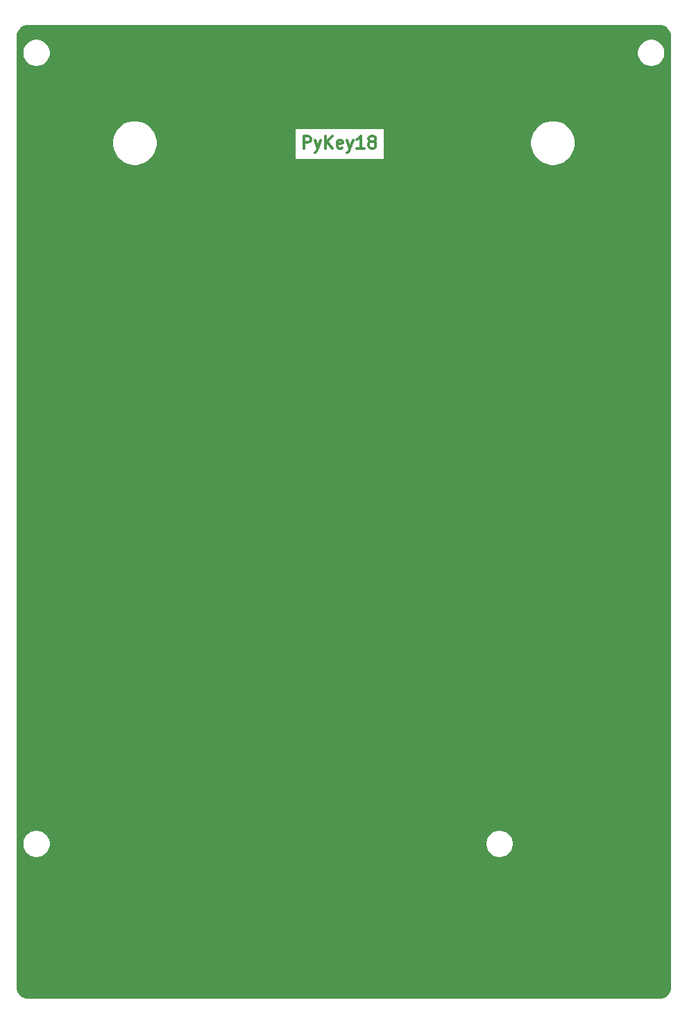
<source format=gbr>
%TF.GenerationSoftware,KiCad,Pcbnew,(5.1.10)-1*%
%TF.CreationDate,2021-11-22T22:47:00-06:00*%
%TF.ProjectId,PyKey18,50794b65-7931-4382-9e6b-696361645f70,1.0*%
%TF.SameCoordinates,Original*%
%TF.FileFunction,Copper,L1,Top*%
%TF.FilePolarity,Positive*%
%FSLAX46Y46*%
G04 Gerber Fmt 4.6, Leading zero omitted, Abs format (unit mm)*
G04 Created by KiCad (PCBNEW (5.1.10)-1) date 2021-11-22 22:47:00*
%MOMM*%
%LPD*%
G01*
G04 APERTURE LIST*
%TA.AperFunction,NonConductor*%
%ADD10C,0.300000*%
%TD*%
%TA.AperFunction,NonConductor*%
%ADD11C,0.254000*%
%TD*%
%TA.AperFunction,NonConductor*%
%ADD12C,0.100000*%
%TD*%
G04 APERTURE END LIST*
D10*
X85642857Y-65678571D02*
X85642857Y-64178571D01*
X86214285Y-64178571D01*
X86357142Y-64250000D01*
X86428571Y-64321428D01*
X86500000Y-64464285D01*
X86500000Y-64678571D01*
X86428571Y-64821428D01*
X86357142Y-64892857D01*
X86214285Y-64964285D01*
X85642857Y-64964285D01*
X87000000Y-64678571D02*
X87357142Y-65678571D01*
X87714285Y-64678571D02*
X87357142Y-65678571D01*
X87214285Y-66035714D01*
X87142857Y-66107142D01*
X87000000Y-66178571D01*
X88285714Y-65678571D02*
X88285714Y-64178571D01*
X89142857Y-65678571D02*
X88500000Y-64821428D01*
X89142857Y-64178571D02*
X88285714Y-65035714D01*
X90357142Y-65607142D02*
X90214285Y-65678571D01*
X89928571Y-65678571D01*
X89785714Y-65607142D01*
X89714285Y-65464285D01*
X89714285Y-64892857D01*
X89785714Y-64750000D01*
X89928571Y-64678571D01*
X90214285Y-64678571D01*
X90357142Y-64750000D01*
X90428571Y-64892857D01*
X90428571Y-65035714D01*
X89714285Y-65178571D01*
X90928571Y-64678571D02*
X91285714Y-65678571D01*
X91642857Y-64678571D02*
X91285714Y-65678571D01*
X91142857Y-66035714D01*
X91071428Y-66107142D01*
X90928571Y-66178571D01*
X93000000Y-65678571D02*
X92142857Y-65678571D01*
X92571428Y-65678571D02*
X92571428Y-64178571D01*
X92428571Y-64392857D01*
X92285714Y-64535714D01*
X92142857Y-64607142D01*
X93857142Y-64821428D02*
X93714285Y-64750000D01*
X93642857Y-64678571D01*
X93571428Y-64535714D01*
X93571428Y-64464285D01*
X93642857Y-64321428D01*
X93714285Y-64250000D01*
X93857142Y-64178571D01*
X94142857Y-64178571D01*
X94285714Y-64250000D01*
X94357142Y-64321428D01*
X94428571Y-64464285D01*
X94428571Y-64535714D01*
X94357142Y-64678571D01*
X94285714Y-64750000D01*
X94142857Y-64821428D01*
X93857142Y-64821428D01*
X93714285Y-64892857D01*
X93642857Y-64964285D01*
X93571428Y-65107142D01*
X93571428Y-65392857D01*
X93642857Y-65535714D01*
X93714285Y-65607142D01*
X93857142Y-65678571D01*
X94142857Y-65678571D01*
X94285714Y-65607142D01*
X94357142Y-65535714D01*
X94428571Y-65392857D01*
X94428571Y-65107142D01*
X94357142Y-64964285D01*
X94285714Y-64892857D01*
X94142857Y-64821428D01*
D11*
X129249899Y-50737907D02*
X129490285Y-50810484D01*
X129711991Y-50928368D01*
X129906577Y-51087068D01*
X130066635Y-51280545D01*
X130186064Y-51501424D01*
X130260317Y-51741297D01*
X130290001Y-52023726D01*
X130290000Y-167965279D01*
X130262093Y-168249899D01*
X130189517Y-168490282D01*
X130071633Y-168711989D01*
X129912929Y-168906580D01*
X129719455Y-169066635D01*
X129498576Y-169186064D01*
X129258701Y-169260317D01*
X128976291Y-169290000D01*
X52034721Y-169290000D01*
X51750101Y-169262093D01*
X51509718Y-169189517D01*
X51288011Y-169071633D01*
X51093420Y-168912929D01*
X50933365Y-168719455D01*
X50813936Y-168498576D01*
X50739683Y-168258701D01*
X50710000Y-167976291D01*
X50710000Y-150329117D01*
X51265000Y-150329117D01*
X51265000Y-150670883D01*
X51331675Y-151006081D01*
X51462463Y-151321831D01*
X51652337Y-151605998D01*
X51894002Y-151847663D01*
X52178169Y-152037537D01*
X52493919Y-152168325D01*
X52829117Y-152235000D01*
X53170883Y-152235000D01*
X53506081Y-152168325D01*
X53821831Y-152037537D01*
X54105998Y-151847663D01*
X54347663Y-151605998D01*
X54537537Y-151321831D01*
X54668325Y-151006081D01*
X54735000Y-150670883D01*
X54735000Y-150329117D01*
X107765000Y-150329117D01*
X107765000Y-150670883D01*
X107831675Y-151006081D01*
X107962463Y-151321831D01*
X108152337Y-151605998D01*
X108394002Y-151847663D01*
X108678169Y-152037537D01*
X108993919Y-152168325D01*
X109329117Y-152235000D01*
X109670883Y-152235000D01*
X110006081Y-152168325D01*
X110321831Y-152037537D01*
X110605998Y-151847663D01*
X110847663Y-151605998D01*
X111037537Y-151321831D01*
X111168325Y-151006081D01*
X111235000Y-150670883D01*
X111235000Y-150329117D01*
X111168325Y-149993919D01*
X111037537Y-149678169D01*
X110847663Y-149394002D01*
X110605998Y-149152337D01*
X110321831Y-148962463D01*
X110006081Y-148831675D01*
X109670883Y-148765000D01*
X109329117Y-148765000D01*
X108993919Y-148831675D01*
X108678169Y-148962463D01*
X108394002Y-149152337D01*
X108152337Y-149394002D01*
X107962463Y-149678169D01*
X107831675Y-149993919D01*
X107765000Y-150329117D01*
X54735000Y-150329117D01*
X54668325Y-149993919D01*
X54537537Y-149678169D01*
X54347663Y-149394002D01*
X54105998Y-149152337D01*
X53821831Y-148962463D01*
X53506081Y-148831675D01*
X53170883Y-148765000D01*
X52829117Y-148765000D01*
X52493919Y-148831675D01*
X52178169Y-148962463D01*
X51894002Y-149152337D01*
X51652337Y-149394002D01*
X51462463Y-149678169D01*
X51331675Y-149993919D01*
X51265000Y-150329117D01*
X50710000Y-150329117D01*
X50710000Y-64725701D01*
X62215000Y-64725701D01*
X62215000Y-65274299D01*
X62322026Y-65812354D01*
X62531965Y-66319192D01*
X62836750Y-66775334D01*
X63224666Y-67163250D01*
X63680808Y-67468035D01*
X64187646Y-67677974D01*
X64725701Y-67785000D01*
X65274299Y-67785000D01*
X65812354Y-67677974D01*
X66319192Y-67468035D01*
X66775334Y-67163250D01*
X67163250Y-66775334D01*
X67468035Y-66319192D01*
X67677974Y-65812354D01*
X67785000Y-65274299D01*
X67785000Y-64725701D01*
X67677974Y-64187646D01*
X67468035Y-63680808D01*
X67163250Y-63224666D01*
X67148584Y-63210000D01*
X84500715Y-63210000D01*
X84500715Y-67030000D01*
X95499286Y-67030000D01*
X95499286Y-64725701D01*
X113215000Y-64725701D01*
X113215000Y-65274299D01*
X113322026Y-65812354D01*
X113531965Y-66319192D01*
X113836750Y-66775334D01*
X114224666Y-67163250D01*
X114680808Y-67468035D01*
X115187646Y-67677974D01*
X115725701Y-67785000D01*
X116274299Y-67785000D01*
X116812354Y-67677974D01*
X117319192Y-67468035D01*
X117775334Y-67163250D01*
X118163250Y-66775334D01*
X118468035Y-66319192D01*
X118677974Y-65812354D01*
X118785000Y-65274299D01*
X118785000Y-64725701D01*
X118677974Y-64187646D01*
X118468035Y-63680808D01*
X118163250Y-63224666D01*
X117775334Y-62836750D01*
X117319192Y-62531965D01*
X116812354Y-62322026D01*
X116274299Y-62215000D01*
X115725701Y-62215000D01*
X115187646Y-62322026D01*
X114680808Y-62531965D01*
X114224666Y-62836750D01*
X113836750Y-63224666D01*
X113531965Y-63680808D01*
X113322026Y-64187646D01*
X113215000Y-64725701D01*
X95499286Y-64725701D01*
X95499286Y-63210000D01*
X84500715Y-63210000D01*
X67148584Y-63210000D01*
X66775334Y-62836750D01*
X66319192Y-62531965D01*
X65812354Y-62322026D01*
X65274299Y-62215000D01*
X64725701Y-62215000D01*
X64187646Y-62322026D01*
X63680808Y-62531965D01*
X63224666Y-62836750D01*
X62836750Y-63224666D01*
X62531965Y-63680808D01*
X62322026Y-64187646D01*
X62215000Y-64725701D01*
X50710000Y-64725701D01*
X50710000Y-53829117D01*
X51265000Y-53829117D01*
X51265000Y-54170883D01*
X51331675Y-54506081D01*
X51462463Y-54821831D01*
X51652337Y-55105998D01*
X51894002Y-55347663D01*
X52178169Y-55537537D01*
X52493919Y-55668325D01*
X52829117Y-55735000D01*
X53170883Y-55735000D01*
X53506081Y-55668325D01*
X53821831Y-55537537D01*
X54105998Y-55347663D01*
X54347663Y-55105998D01*
X54537537Y-54821831D01*
X54668325Y-54506081D01*
X54735000Y-54170883D01*
X54735000Y-53829117D01*
X126265000Y-53829117D01*
X126265000Y-54170883D01*
X126331675Y-54506081D01*
X126462463Y-54821831D01*
X126652337Y-55105998D01*
X126894002Y-55347663D01*
X127178169Y-55537537D01*
X127493919Y-55668325D01*
X127829117Y-55735000D01*
X128170883Y-55735000D01*
X128506081Y-55668325D01*
X128821831Y-55537537D01*
X129105998Y-55347663D01*
X129347663Y-55105998D01*
X129537537Y-54821831D01*
X129668325Y-54506081D01*
X129735000Y-54170883D01*
X129735000Y-53829117D01*
X129668325Y-53493919D01*
X129537537Y-53178169D01*
X129347663Y-52894002D01*
X129105998Y-52652337D01*
X128821831Y-52462463D01*
X128506081Y-52331675D01*
X128170883Y-52265000D01*
X127829117Y-52265000D01*
X127493919Y-52331675D01*
X127178169Y-52462463D01*
X126894002Y-52652337D01*
X126652337Y-52894002D01*
X126462463Y-53178169D01*
X126331675Y-53493919D01*
X126265000Y-53829117D01*
X54735000Y-53829117D01*
X54668325Y-53493919D01*
X54537537Y-53178169D01*
X54347663Y-52894002D01*
X54105998Y-52652337D01*
X53821831Y-52462463D01*
X53506081Y-52331675D01*
X53170883Y-52265000D01*
X52829117Y-52265000D01*
X52493919Y-52331675D01*
X52178169Y-52462463D01*
X51894002Y-52652337D01*
X51652337Y-52894002D01*
X51462463Y-53178169D01*
X51331675Y-53493919D01*
X51265000Y-53829117D01*
X50710000Y-53829117D01*
X50710000Y-52034721D01*
X50737907Y-51750101D01*
X50810484Y-51509715D01*
X50928368Y-51288009D01*
X51087068Y-51093423D01*
X51280545Y-50933365D01*
X51501424Y-50813936D01*
X51741297Y-50739683D01*
X52023716Y-50710000D01*
X128965279Y-50710000D01*
X129249899Y-50737907D01*
%TA.AperFunction,NonConductor*%
D12*
G36*
X129249899Y-50737907D02*
G01*
X129490285Y-50810484D01*
X129711991Y-50928368D01*
X129906577Y-51087068D01*
X130066635Y-51280545D01*
X130186064Y-51501424D01*
X130260317Y-51741297D01*
X130290001Y-52023726D01*
X130290000Y-167965279D01*
X130262093Y-168249899D01*
X130189517Y-168490282D01*
X130071633Y-168711989D01*
X129912929Y-168906580D01*
X129719455Y-169066635D01*
X129498576Y-169186064D01*
X129258701Y-169260317D01*
X128976291Y-169290000D01*
X52034721Y-169290000D01*
X51750101Y-169262093D01*
X51509718Y-169189517D01*
X51288011Y-169071633D01*
X51093420Y-168912929D01*
X50933365Y-168719455D01*
X50813936Y-168498576D01*
X50739683Y-168258701D01*
X50710000Y-167976291D01*
X50710000Y-150329117D01*
X51265000Y-150329117D01*
X51265000Y-150670883D01*
X51331675Y-151006081D01*
X51462463Y-151321831D01*
X51652337Y-151605998D01*
X51894002Y-151847663D01*
X52178169Y-152037537D01*
X52493919Y-152168325D01*
X52829117Y-152235000D01*
X53170883Y-152235000D01*
X53506081Y-152168325D01*
X53821831Y-152037537D01*
X54105998Y-151847663D01*
X54347663Y-151605998D01*
X54537537Y-151321831D01*
X54668325Y-151006081D01*
X54735000Y-150670883D01*
X54735000Y-150329117D01*
X107765000Y-150329117D01*
X107765000Y-150670883D01*
X107831675Y-151006081D01*
X107962463Y-151321831D01*
X108152337Y-151605998D01*
X108394002Y-151847663D01*
X108678169Y-152037537D01*
X108993919Y-152168325D01*
X109329117Y-152235000D01*
X109670883Y-152235000D01*
X110006081Y-152168325D01*
X110321831Y-152037537D01*
X110605998Y-151847663D01*
X110847663Y-151605998D01*
X111037537Y-151321831D01*
X111168325Y-151006081D01*
X111235000Y-150670883D01*
X111235000Y-150329117D01*
X111168325Y-149993919D01*
X111037537Y-149678169D01*
X110847663Y-149394002D01*
X110605998Y-149152337D01*
X110321831Y-148962463D01*
X110006081Y-148831675D01*
X109670883Y-148765000D01*
X109329117Y-148765000D01*
X108993919Y-148831675D01*
X108678169Y-148962463D01*
X108394002Y-149152337D01*
X108152337Y-149394002D01*
X107962463Y-149678169D01*
X107831675Y-149993919D01*
X107765000Y-150329117D01*
X54735000Y-150329117D01*
X54668325Y-149993919D01*
X54537537Y-149678169D01*
X54347663Y-149394002D01*
X54105998Y-149152337D01*
X53821831Y-148962463D01*
X53506081Y-148831675D01*
X53170883Y-148765000D01*
X52829117Y-148765000D01*
X52493919Y-148831675D01*
X52178169Y-148962463D01*
X51894002Y-149152337D01*
X51652337Y-149394002D01*
X51462463Y-149678169D01*
X51331675Y-149993919D01*
X51265000Y-150329117D01*
X50710000Y-150329117D01*
X50710000Y-64725701D01*
X62215000Y-64725701D01*
X62215000Y-65274299D01*
X62322026Y-65812354D01*
X62531965Y-66319192D01*
X62836750Y-66775334D01*
X63224666Y-67163250D01*
X63680808Y-67468035D01*
X64187646Y-67677974D01*
X64725701Y-67785000D01*
X65274299Y-67785000D01*
X65812354Y-67677974D01*
X66319192Y-67468035D01*
X66775334Y-67163250D01*
X67163250Y-66775334D01*
X67468035Y-66319192D01*
X67677974Y-65812354D01*
X67785000Y-65274299D01*
X67785000Y-64725701D01*
X67677974Y-64187646D01*
X67468035Y-63680808D01*
X67163250Y-63224666D01*
X67148584Y-63210000D01*
X84500715Y-63210000D01*
X84500715Y-67030000D01*
X95499286Y-67030000D01*
X95499286Y-64725701D01*
X113215000Y-64725701D01*
X113215000Y-65274299D01*
X113322026Y-65812354D01*
X113531965Y-66319192D01*
X113836750Y-66775334D01*
X114224666Y-67163250D01*
X114680808Y-67468035D01*
X115187646Y-67677974D01*
X115725701Y-67785000D01*
X116274299Y-67785000D01*
X116812354Y-67677974D01*
X117319192Y-67468035D01*
X117775334Y-67163250D01*
X118163250Y-66775334D01*
X118468035Y-66319192D01*
X118677974Y-65812354D01*
X118785000Y-65274299D01*
X118785000Y-64725701D01*
X118677974Y-64187646D01*
X118468035Y-63680808D01*
X118163250Y-63224666D01*
X117775334Y-62836750D01*
X117319192Y-62531965D01*
X116812354Y-62322026D01*
X116274299Y-62215000D01*
X115725701Y-62215000D01*
X115187646Y-62322026D01*
X114680808Y-62531965D01*
X114224666Y-62836750D01*
X113836750Y-63224666D01*
X113531965Y-63680808D01*
X113322026Y-64187646D01*
X113215000Y-64725701D01*
X95499286Y-64725701D01*
X95499286Y-63210000D01*
X84500715Y-63210000D01*
X67148584Y-63210000D01*
X66775334Y-62836750D01*
X66319192Y-62531965D01*
X65812354Y-62322026D01*
X65274299Y-62215000D01*
X64725701Y-62215000D01*
X64187646Y-62322026D01*
X63680808Y-62531965D01*
X63224666Y-62836750D01*
X62836750Y-63224666D01*
X62531965Y-63680808D01*
X62322026Y-64187646D01*
X62215000Y-64725701D01*
X50710000Y-64725701D01*
X50710000Y-53829117D01*
X51265000Y-53829117D01*
X51265000Y-54170883D01*
X51331675Y-54506081D01*
X51462463Y-54821831D01*
X51652337Y-55105998D01*
X51894002Y-55347663D01*
X52178169Y-55537537D01*
X52493919Y-55668325D01*
X52829117Y-55735000D01*
X53170883Y-55735000D01*
X53506081Y-55668325D01*
X53821831Y-55537537D01*
X54105998Y-55347663D01*
X54347663Y-55105998D01*
X54537537Y-54821831D01*
X54668325Y-54506081D01*
X54735000Y-54170883D01*
X54735000Y-53829117D01*
X126265000Y-53829117D01*
X126265000Y-54170883D01*
X126331675Y-54506081D01*
X126462463Y-54821831D01*
X126652337Y-55105998D01*
X126894002Y-55347663D01*
X127178169Y-55537537D01*
X127493919Y-55668325D01*
X127829117Y-55735000D01*
X128170883Y-55735000D01*
X128506081Y-55668325D01*
X128821831Y-55537537D01*
X129105998Y-55347663D01*
X129347663Y-55105998D01*
X129537537Y-54821831D01*
X129668325Y-54506081D01*
X129735000Y-54170883D01*
X129735000Y-53829117D01*
X129668325Y-53493919D01*
X129537537Y-53178169D01*
X129347663Y-52894002D01*
X129105998Y-52652337D01*
X128821831Y-52462463D01*
X128506081Y-52331675D01*
X128170883Y-52265000D01*
X127829117Y-52265000D01*
X127493919Y-52331675D01*
X127178169Y-52462463D01*
X126894002Y-52652337D01*
X126652337Y-52894002D01*
X126462463Y-53178169D01*
X126331675Y-53493919D01*
X126265000Y-53829117D01*
X54735000Y-53829117D01*
X54668325Y-53493919D01*
X54537537Y-53178169D01*
X54347663Y-52894002D01*
X54105998Y-52652337D01*
X53821831Y-52462463D01*
X53506081Y-52331675D01*
X53170883Y-52265000D01*
X52829117Y-52265000D01*
X52493919Y-52331675D01*
X52178169Y-52462463D01*
X51894002Y-52652337D01*
X51652337Y-52894002D01*
X51462463Y-53178169D01*
X51331675Y-53493919D01*
X51265000Y-53829117D01*
X50710000Y-53829117D01*
X50710000Y-52034721D01*
X50737907Y-51750101D01*
X50810484Y-51509715D01*
X50928368Y-51288009D01*
X51087068Y-51093423D01*
X51280545Y-50933365D01*
X51501424Y-50813936D01*
X51741297Y-50739683D01*
X52023716Y-50710000D01*
X128965279Y-50710000D01*
X129249899Y-50737907D01*
G37*
%TD.AperFunction*%
M02*

</source>
